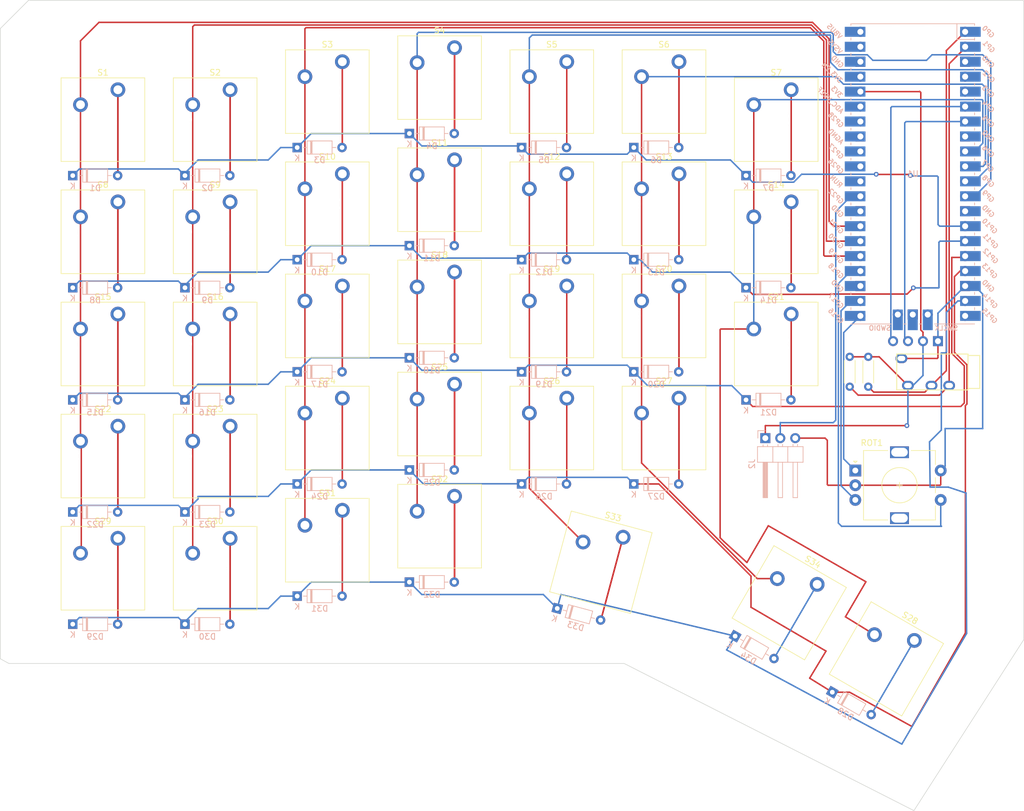
<source format=kicad_pcb>
(kicad_pcb (version 20221018) (generator pcbnew)
  (layers (0 "F.Cu" signal) (31 "B.Cu" signal) (34 "B.Paste" user) (35 "F.Paste" user) (36 "B.SilkS" user "B.Silkscreen") (37 "F.SilkS" user "F.Silkscreen") (38 "B.Mask" user) (39 "F.Mask" user) (44 "Edge.Cuts" user))
  (net 0 "")
  (net 1 "row0")
  (net 2 "Net-(D1-A)")
  (net 3 "Net-(D2-A)")
  (net 4 "Net-(D3-A)")
  (net 5 "Net-(D4-A)")
  (net 6 "Net-(D5-A)")
  (net 7 "Net-(D6-A)")
  (net 8 "row1")
  (net 9 "Net-(D8-A)")
  (net 10 "Net-(D9-A)")
  (net 11 "Net-(D10-A)")
  (net 12 "Net-(D11-A)")
  (net 13 "Net-(D12-A)")
  (net 14 "Net-(D13-A)")
  (net 15 "Net-(D14-A)")
  (net 16 "row2")
  (net 17 "Net-(D15-A)")
  (net 18 "row3")
  (net 19 "Net-(D16-A)")
  (net 20 "Net-(D17-A)")
  (net 21 "Net-(D18-A)")
  (net 22 "Net-(D19-A)")
  (net 23 "Net-(D20-A)")
  (net 24 "Net-(D21-A)")
  (net 25 "Net-(D22-A)")
  (net 26 "Net-(D23-A)")
  (net 27 "Net-(D24-A)")
  (net 28 "Net-(D25-A)")
  (net 29 "Net-(D26-A)")
  (net 30 "Net-(D27-A)")
  (net 31 "Net-(D28-A)")
  (net 32 "row4")
  (net 33 "Net-(D29-A)")
  (net 34 "Net-(D31-A)")
  (net 35 "Net-(D33-A)")
  (net 36 "col0")
  (net 37 "col1")
  (net 38 "col2")
  (net 39 "col3")
  (net 40 "col4")
  (net 41 "col5")
  (net 42 "col6")
  (net 43 "Net-(D30-A)")
  (net 44 "Net-(D32-A)")
  (net 45 "Net-(D34-A)")
  (net 46 "Net-(D7-A)")
  (net 47 "GND")
  (net 48 "VCC")
  (net 49 "SCL")
  (net 50 "SDA")
  (net 51 "TX0")
  (net 52 "RX0")
  (net 60 "LED1")
  (net 74 "ROT1")
  (net 75 "ROT2")
  (net 76 "B1")
  (footprint "ScottoKeebs_MX:MX_PCB_1.00u" (layer "F.Cu") (at 63.1 60.71875)
    (fp_text reference "S9")
    (fp_text value "Keyswitch")
  )
  (footprint "ScottoKeebs_MX:MX_PCB_1.00u" (layer "F.Cu") (at 44.05 98.81875)
    (fp_text reference "S22")
    (fp_text value "Keyswitch")
  )
  (footprint "ScottoKeebs_MX:MX_PCB_1.00u" (layer "F.Cu") (at 101.2 72.625)
    (fp_text reference "S18")
    (fp_text value "Keyswitch")
  )
  (footprint "ScottoKeebs_MX:MX_PCB_1.00u" (layer "F.Cu") (at 82.15 75.00625)
    (fp_text reference "S17")
    (fp_text value "Keyswitch")
  )
  (footprint "ScottoKeebs_Components:TRRS_PJ-320A" (layer "F.Cu") (at 190.90625 84.53125 -90)
    (fp_text reference "U3" hide)
    (fp_text value "TRRS")
  )
  (footprint "ScottoKeebs_MX:MX_PCB_1.00u" (layer "F.Cu") (at 139.3 55.95625)
    (fp_text reference "S13")
    (fp_text value "Keyswitch")
  )
  (footprint "ScottoKeebs_MX:MX_PCB_1.00u" (layer "F.Cu") (at 120.25 55.95625)
    (fp_text reference "S12")
    (fp_text value "Keyswitch")
  )
  (footprint "ScottoKeebs_MX:MX_PCB_1.00u" (layer "F.Cu") (at 101.2 91.675)
    (fp_text reference "S25")
    (fp_text value "Keyswitch")
  )
  (footprint "ScottoKeebs_MX:MX_PCB_1.00u" (layer "F.Cu") (at 82.15 36.90625)
    (fp_text reference "S3")
    (fp_text value "Keyswitch")
  )
  (footprint "ScottoKeebs_MX:MX_PCB_1.00u" (layer "F.Cu") (at 63.1 79.76875)
    (fp_text reference "S16")
    (fp_text value "Keyswitch")
  )
  (footprint "ScottoKeebs_MX:MX_PCB_1.00u" (layer "F.Cu") (at 63.1 41.66875)
    (fp_text reference "S2")
    (fp_text value "Keyswitch")
  )
  (footprint "ScottoKeebs_MX:MX_PCB_1.00u" (layer "F.Cu") (at 158.35 79.76875)
    (fp_text reference "S21")
    (fp_text value "Keyswitch")
  )
  (footprint "ScottoKeebs_MX:MX_PCB_1.00u" (layer "F.Cu") (at 44.05 79.76875)
    (fp_text reference "S15")
    (fp_text value "Keyswitch")
  )
  (footprint "ScottoKeebs_MX:MX_PCB_1.00u" (layer "F.Cu") (at 160.560284 123.736392 -30)
    (fp_text reference "S34")
    (fp_text value "Keyswitch")
  )
  (footprint "ScottoKeebs_MX:MX_PCB_1.00u" (layer "F.Cu") (at 128.581631 116.851151 -15)
    (fp_text reference "S33")
    (fp_text value "Keyswitch")
  )
  (footprint "ScottoKeebs_MX:MX_PCB_1.00u" (layer "F.Cu") (at 44.05 41.66875)
    (fp_text reference "S1")
    (fp_text value "Keyswitch")
  )
  (footprint "ScottoKeebs_MX:MX_PCB_1.00u" (layer "F.Cu") (at 120.25 94.05625)
    (fp_text reference "S26")
    (fp_text value "Keyswitch")
  )
  (footprint "ScottoKeebs_MX:MX_PCB_1.00u" (layer "F.Cu") (at 44.05 60.71875)
    (fp_text reference "S8")
    (fp_text value "Keyswitch")
  )
  (footprint "ScottoKeebs_MX:MX_PCB_1.00u" (layer "F.Cu") (at 139.3 94.05625)
    (fp_text reference "S27")
    (fp_text value "Keyswitch")
  )
  (footprint "ScottoKeebs_MX:MX_PCB_1.00u" (layer "F.Cu") (at 63.1 98.81875)
    (fp_text reference "S23")
    (fp_text value "Keyswitch")
  )
  (footprint "ScottoKeebs_Components:OLED_128x32" (layer "F.Cu") (at 176.005 80.89375 90)
    (fp_text reference "J1" hide)
    (fp_text value "OLED_128x32")
  )
  (footprint "ScottoKeebs_MX:MX_PCB_1.00u" (layer "F.Cu") (at 82.15 55.95625)
    (fp_text reference "S10")
    (fp_text value "Keyswitch")
  )
  (footprint "ScottoKeebs_MX:MX_PCB_1.00u" (layer "F.Cu") (at 120.25 36.90625)
    (fp_text reference "S5")
    (fp_text value "Keyswitch")
  )
  (footprint "ScottoKeebs_MX:MX_PCB_1.00u" (layer "F.Cu") (at 63.1 117.86875)
    (fp_text reference "S30")
    (fp_text value "Keyswitch")
  )
  (footprint "ScottoKeebs_MX:MX_PCB_1.00u" (layer "F.Cu") (at 101.2 53.575)
    (fp_text reference "S11")
    (fp_text value "Keyswitch")
  )
  (footprint "ScottoKeebs_MX:MX_PCB_1.00u" (layer "F.Cu") (at 101.2 34.525)
    (fp_text reference "S4")
    (fp_text value "Keyswitch")
  )
  (footprint "Resistor_THT:R_Axial_DIN0204_L3.6mm_D1.6mm_P5.08mm_Horizontal" (layer "F.Cu") (at 173.975 81.95375 -90)
    (fp_text reference "R1" hide)
    (fp_text value "Resistor" hide)
  )
  (footprint "ScottoKeebs_MX:MX_PCB_1.00u" (layer "F.Cu") (at 120.25 75.00625)
    (fp_text reference "S19")
    (fp_text value "Keyswitch")
  )
  (footprint "ScottoKeebs_MX:MX_PCB_1.00u" (layer "F.Cu") (at 139.3 75.00625)
    (fp_text reference "S20")
    (fp_text value "Keyswitch")
  )
  (footprint "ScottoKeebs_MX:MX_PCB_1.00u" (layer "F.Cu") (at 44.05 117.86875)
    (fp_text reference "S29")
    (fp_text value "Keyswitch")
  )
  (footprint "ScottoKeebs_MX:MX_PCB_1.00u" (layer "F.Cu") (at 158.35 60.71875)
    (fp_text reference "S14")
    (fp_text value "Keyswitch")
  )
  (footprint "ScottoKeebs_MX:MX_PCB_1.00u" (layer "F.Cu") (at 82.15 113.10625)
    (fp_text reference "S31")
    (fp_text value "Keyswitch")
  )
  (footprint "ScottoKeebs_MX:MX_PCB_1.00u" (layer "F.Cu") (at 82.15 94.05625)
    (fp_text reference "S24")
    (fp_text value "Keyswitch")
  )
  (footprint "ScottoKeebs_MX:MX_PCB_1.00u" (layer "F.Cu") (at 139.3 36.90625)
    (fp_text reference "S6")
    (fp_text value "Keyswitch")
  )
  (footprint "Rotary_Encoder:RotaryEncoder_Alps_EC11E-Switch_Vertical_H20mm" (layer "F.Cu") (at 171.775 101.26875)
    (fp_text reference "ROT1")
    (fp_text value "RotaryEncoder_Switch")
  )
  (footprint "ScottoKeebs_MX:MX_PCB_1.00u" (layer "F.Cu") (at 158.35 41.66875)
    (fp_text reference "S7")
    (fp_text value "Keyswitch")
  )
  (footprint "ScottoKeebs_MX:MX_PCB_1.00u" (layer "F.Cu") (at 177.058068 133.261392 -30)
    (fp_text reference "S28")
    (fp_text value "Keyswitch")
  )
  (footprint "ScottoKeebs_MX:MX_PCB_1.00u" (layer "F.Cu") (at 101.2 110.725)
    (fp_text reference "S32")
    (fp_text value "Keyswitch")
  )
  (footprint "Resistor_THT:R_Axial_DIN0204_L3.6mm_D1.6mm_P5.08mm_Horizontal" (layer "F.Cu") (at 170.825 81.95375 -90)
    (fp_text reference "R2" hide)
    (fp_text value "Resistor" hide)
  )
  (footprint "ScottoKeebs_Components:Diode_DO-35" (layer "B.Cu") (at 134.175 103.55625)
    (fp_text reference "D27")
    (fp_text value "Diode")
  )
  (footprint "ScottoKeebs_Components:Diode_DO-35" (layer "B.Cu") (at 96.075 82.125)
    (fp_text reference "D18")
    (fp_text value "Diode")
  )
  (footprint "MCU_RaspberryPi_and_Boards:RPi_Pico_SMD_TH" (layer "B.Cu") (at 181.5275 50.87625 180)
    (fp_text reference "U1")
    (fp_text value "Pico")
  )
  (footprint "ScottoKeebs_Components:Diode_DO-35" (layer "B.Cu") (at 57.975 127.36875)
    (fp_text reference "D30")
    (fp_text value "Diode")
  )
  (footprint "ScottoKeebs_Components:Diode_DO-35" (layer "B.Cu") (at 115.125 103.55625)
    (fp_text reference "D26")
    (fp_text value "Diode")
  )
  (footprint "ScottoKeebs_Components:Diode_DO-35" (layer "B.Cu") (at 153.225 51.16875)
    (fp_text reference "D7")
    (fp_text value "Diode")
  )
  (footprint "ScottoKeebs_Components:Diode_DO-35" (layer "B.Cu") (at 96.075 120.225)
    (fp_text reference "D32")
    (fp_text value "Diode")
  )
  (footprint "ScottoKeebs_Components:Diode_DO-35" (layer "B.Cu") (at 153.225 70.21875)
    (fp_text reference "D14")
    (fp_text value "Diode")
  )
  (footprint "ScottoKeebs_Components:Diode_DO-35" (layer "B.Cu") (at 57.975 108.31875)
    (fp_text reference "D23")
    (fp_text value "Diode")
  )
  (footprint "ScottoKeebs_Components:Diode_DO-35" (layer "B.Cu") (at 115.125 46.40625)
    (fp_text reference "D5")
    (fp_text value "Diode")
  )
  (footprint "ScottoKeebs_Components:Diode_DO-35" (layer "B.Cu") (at 77.025 65.45625)
    (fp_text reference "D10")
    (fp_text value "Diode")
  )
  (footprint "ScottoKeebs_Components:Diode_DO-35" (layer "B.Cu") (at 77.025 103.55625)
    (fp_text reference "D24")
    (fp_text value "Diode")
  )
  (footprint "ScottoKeebs_Components:Diode_DO-35" (layer "B.Cu") (at 57.975 89.26875)
    (fp_text reference "D16")
    (fp_text value "Diode")
  )
  (footprint "ScottoKeebs_Components:Diode_DO-35" (layer "B.Cu") (at 134.175 84.50625)
    (fp_text reference "D20")
    (fp_text value "Diode")
  )
  (footprint "ScottoKeebs_Components:Diode_DO-35" (layer "B.Cu") (at 153.225 89.26875)
    (fp_text reference "D21")
    (fp_text value "Diode")
  )
  (footprint "ScottoKeebs_Components:Diode_DO-35" (layer "B.Cu") (at 38.925 127.36875)
    (fp_text reference "D29")
    (fp_text value "Diode")
  )
  (footprint "ScottoKeebs_Components:Diode_DO-35" (layer "B.Cu") (at 77.025 46.40625)
    (fp_text reference "D3")
    (fp_text value "Diode")
  )
  (footprint "ScottoKeebs_Components:Diode_DO-35" (layer "B.Cu") (at 96.075 44.025)
    (fp_text reference "D4")
    (fp_text value "Diode")
  )
  (footprint "ScottoKeebs_Components:Diode_DO-35" (layer "B.Cu") (at 134.175 46.40625)
    (fp_text reference "D6")
    (fp_text value "Diode")
  )
  (footprint "ScottoKeebs_Components:Diode_DO-35" (layer "B.Cu") (at 115.125 65.45625)
    (fp_text reference "D12")
    (fp_text value "Diode")
  )
  (footprint "ScottoKeebs_Components:Diode_DO-35" (layer "B.Cu") (at 115.125 84.50625)
    (fp_text reference "D19")
    (fp_text value "Diode")
  )
  (footprint "ScottoKeebs_Components:Diode_DO-35" (layer "B.Cu") (at 38.925 51.16875)
    (fp_text reference "D1")
    (fp_text value "Diode")
  )
  (footprint "ScottoKeebs_Components:Diode_DO-35" (layer "B.Cu") (at 77.025 84.50625)
    (fp_text reference "D17")
    (fp_text value "Diode")
  )
  (footprint "ScottoKeebs_Components:Diode_DO-35" (layer "B.Cu") (at 96.075 101.175)
    (fp_text reference "D25")
    (fp_text value "Diode")
  )
  (footprint "ScottoKeebs_Components:Diode_DO-35" (layer "B.Cu") (at 151.371904 129.401133 -30)
    (fp_text reference "D34")
    (fp_text value "Diode")
  )
  (footprint "ScottoKeebs_Components:Diode_DO-35" (layer "B.Cu") (at 167.869688 138.926133 -30)
    (fp_text reference "D28")
    (fp_text value "Diode")
  )
  (footprint "ScottoKeebs_Components:Diode_DO-35" (layer "B.Cu") (at 38.925 108.31875)
    (fp_text reference "D22")
    (fp_text value "Diode")
  )
  (footprint "ScottoKeebs_Components:Diode_DO-35" (layer "B.Cu") (at 57.975 70.21875)
    (fp_text reference "D9")
    (fp_text value "Diode")
  )
  (footprint "Connector_PinHeader_2.54mm:PinHeader_1x03_P2.54mm_Horizontal" (layer "B.Cu") (at 156.5 95.76875 -90)
    (fp_text reference "J2")
    (fp_text value "Conn_01x03")
  )
  (footprint "ScottoKeebs_Components:Diode_DO-35" (layer "B.Cu") (at 77.025 122.60625)
    (fp_text reference "D31")
    (fp_text value "Diode")
  )
  (footprint "ScottoKeebs_Components:Diode_DO-35" (layer "B.Cu") (at 38.925 89.26875)
    (fp_text reference "D15")
    (fp_text value "Diode")
  )
  (footprint "ScottoKeebs_Components:Diode_DO-35" (layer "B.Cu") (at 134.175 65.45625)
    (fp_text reference "D13")
    (fp_text value "Diode")
  )
  (footprint "ScottoKeebs_Components:Diode_DO-35" (layer "B.Cu") (at 121.172481 124.700998 -15)
    (fp_text reference "D33")
    (fp_text value "Diode")
  )
  (footprint "ScottoKeebs_Components:Diode_DO-35" (layer "B.Cu") (at 38.925 70.21875)
    (fp_text reference "D8")
    (fp_text value "Diode")
  )
  (footprint "ScottoKeebs_Components:Diode_DO-35" (layer "B.Cu") (at 57.975 51.16875)
    (fp_text reference "D2")
    (fp_text value "Diode")
  )
  (footprint "ScottoKeebs_Components:Diode_DO-35" (layer "B.Cu") (at 96.075 63.075)
    (fp_text reference "D11")
    (fp_text value "Diode")
  )
  (gr_poly (pts (xy 200.375 21.54375) (xy 200.375 129.99375) (xy 181.725 159.04375) (xy 132.525 134.04375) (xy 28.075 134.04375) (xy 26.625 133.24375) (xy 26.625 26.19375) (xy 31.425 21.39375) (xy 200.225 21.39375)) (stroke (width 0.1)) (fill none) (layer "Edge.Cuts"))
  (segment (start 175.3525 50.97125) (end 175.325 50.94375) (width 0.25) (layer "F.Cu") (net 1))
  (segment (start 181.125 51.14375) (end 180.9525 50.97125) (width 0.25) (layer "F.Cu") (net 1))
  (segment (start 180.9525 50.97125) (end 175.3525 50.97125) (width 0.25) (layer "F.Cu") (net 1))
  (via (at 181.125 51.14375) (size 0.8) (drill 0.4) (layers "F.Cu" "B.Cu") (net 1))
  (via (at 175.325 50.94375) (size 0.8) (drill 0.4) (layers "F.Cu" "B.Cu") (net 1))
  (segment (start 175.325 50.94375) (end 162.660991 50.94375) (width 0.25) (layer "B.Cu") (net 1))
  (segment (start 96.075 44.025) (end 79.40625 44.025) (width 0.25) (layer "B.Cu") (net 1))
  (segment (start 185.675 51.24375) (end 181.225 51.24375) (width 0.25) (layer "B.Cu") (net 1))
  (segment (start 40.05 50.04375) (end 56.85 50.04375) (width 0.25) (layer "B.Cu") (net 1))
  (segment (start 161.310991 52.29375) (end 154.35 52.29375) (width 0.25) (layer "B.Cu") (net 1))
  (segment (start 134.175 46.40625) (end 136.28625 48.5175) (width 0.25) (layer "B.Cu") (net 1))
  (segment (start 162.660991 50.94375) (end 161.310991 52.29375) (width 0.25) (layer "B.Cu") (net 1))
  (segment (start 133.05 47.53125) (end 116.25 47.53125) (width 0.25) (layer "B.Cu") (net 1))
  (segment (start 98.18625 46.13625) (end 114.855 46.13625) (width 0.25) (layer "B.Cu") (net 1))
  (segment (start 74.22375 46.40625) (end 77.025 46.40625) (width 0.25) (layer "B.Cu") (net 1))
  (segment (start 72.1125 48.5175) (end 74.22375 46.40625) (width 0.25) (layer "B.Cu") (net 1))
  (segment (start 57.975 51.16875) (end 57.975 50.74875) (width 0.25) (layer "B.Cu") (net 1))
  (segment (start 181.225 51.24375) (end 181.125 51.14375) (width 0.25) (layer "B.Cu") (net 1))
  (segment (start 60.20625 48.5175) (end 72.1125 48.5175) (width 0.25) (layer "B.Cu") (net 1))
  (segment (start 190.4175 59.76625) (end 186.0975 59.76625) (width 0.25) (layer "B.Cu") (net 1))
  (segment (start 57.975 50.74875) (end 60.20625 48.5175) (width 0.25) (layer "B.Cu") (net 1))
  (segment (start 134.175 46.40625) (end 133.05 47.53125) (width 0.25) (layer "B.Cu") (net 1))
  (segment (start 38.925 51.16875) (end 40.05 50.04375) (width 0.25) (layer "B.Cu") (net 1))
  (segment (start 186.0975 59.76625) (end 185.825 59.49375) (width 0.25) (layer "B.Cu") (net 1))
  (segment (start 116.25 47.53125) (end 115.125 46.40625) (width 0.25) (layer "B.Cu") (net 1))
  (segment (start 136.28625 48.5175) (end 150.57375 48.5175) (width 0.25) (layer "B.Cu") (net 1))
  (segment (start 185.825 59.49375) (end 185.825 51.39375) (width 0.25) (layer "B.Cu") (net 1))
  (segment (start 154.35 52.29375) (end 153.225 51.16875) (width 0.25) (layer "B.Cu") (net 1))
  (segment (start 96.075 44.025) (end 98.18625 46.13625) (width 0.25) (layer "B.Cu") (net 1))
  (segment (start 150.57375 48.5175) (end 153.225 51.16875) (width 0.25) (layer "B.Cu") (net 1))
  (segment (start 79.40625 44.025) (end 77.025 46.40625) (width 0.25) (layer "B.Cu") (net 1))
  (segment (start 185.825 51.39375) (end 185.675 51.24375) (width 0.25) (layer "B.Cu") (net 1))
  (segment (start 114.855 46.13625) (end 115.125 46.40625) (width 0.25) (layer "B.Cu") (net 1))
  (segment (start 56.85 50.04375) (end 57.975 51.16875) (width 0.25) (layer "B.Cu") (net 1))
  (segment (start 46.59 36.58875) (end 46.59 51.12375) (width 0.25) (layer "F.Cu") (net 2))
  (segment (start 46.59 36.58875) (end 46.59 51.12375) (width 0.25) (layer "F.Cu") (net 2))
  (segment (start 46.59 51.12375) (end 46.545 51.16875) (width 0.25) (layer "F.Cu") (net 2))
  (segment (start 46.59 51.12375) (end 46.545 51.16875) (width 0.25) (layer "F.Cu") (net 2))
  (segment (start 65.64 51.12375) (end 65.595 51.16875) (width 0.25) (layer "F.Cu") (net 3))
  (segment (start 65.64 36.58875) (end 65.64 51.12375) (width 0.25) (layer "F.Cu") (net 3))
  (segment (start 65.64 51.12375) (end 65.595 51.16875) (width 0.25) (layer "F.Cu") (net 3))
  (segment (start 65.64 36.58875) (end 65.64 51.12375) (width 0.25) (layer "F.Cu") (net 3))
  (segment (start 84.69 31.82625) (end 84.69 46.36125) (width 0.25) (layer "F.Cu") (net 4))
  (segment (start 84.69 46.36125) (end 84.645 46.40625) (width 0.25) (layer "F.Cu") (net 4))
  (segment (start 84.69 31.82625) (end 84.69 46.36125) (width 0.25) (layer "F.Cu") (net 4))
  (segment (start 84.69 46.36125) (end 84.645 46.40625) (width 0.25) (layer "F.Cu") (net 4))
  (segment (start 103.74 43.98) (end 103.695 44.025) (width 0.25) (layer "F.Cu") (net 5))
  (segment (start 103.74 29.445) (end 103.74 43.98) (width 0.25) (layer "F.Cu") (net 5))
  (segment (start 103.74 29.445) (end 103.74 43.98) (width 0.25) (layer "F.Cu") (net 5))
  (segment (start 103.74 43.98) (end 103.695 44.025) (width 0.25) (layer "F.Cu") (net 5))
  (segment (start 122.79 31.82625) (end 122.79 46.36125) (width 0.25) (layer "F.Cu") (net 6))
  (segment (start 122.79 46.36125) (end 122.745 46.40625) (width 0.25) (layer "F.Cu") (net 6))
  (segment (start 122.79 31.82625) (end 122.79 46.36125) (width 0.25) (layer "F.Cu") (net 6))
  (segment (start 122.79 46.36125) (end 122.745 46.40625) (width 0.25) (layer "F.Cu") (net 6))
  (segment (start 141.84 31.82625) (end 141.84 46.36125) (width 0.25) (layer "F.Cu") (net 7))
  (segment (start 141.84 31.82625) (end 141.84 46.36125) (width 0.25) (layer "F.Cu") (net 7))
  (segment (start 141.84 46.36125) (end 141.795 46.40625) (width 0.25) (layer "F.Cu") (net 7))
  (segment (start 141.84 46.36125) (end 141.795 46.40625) (width 0.25) (layer "F.Cu") (net 7))
  (segment (start 167.517996 71.34375) (end 167.570496 71.29125) (width 0.25) (layer "F.Cu") (net 8))
  (segment (start 167.570496 71.29125) (end 180.5775 71.29125) (width 0.25) (layer "F.Cu") (net 8))
  (segment (start 154.35 71.34375) (end 153.225 70.21875) (width 0.25) (layer "F.Cu") (net 8))
  (segment (start 180.5775 71.29125) (end 181.625 70.24375) (width 0.25) (layer "F.Cu") (net 8))
  (segment (start 167.517996 71.34375) (end 154.35 71.34375) (width 0.25) (layer "F.Cu") (net 8))
  (via (at 181.625 70.24375) (size 0.8) (drill 0.4) (layers "F.Cu" "B.Cu") (net 8))
  (segment (start 185.925 70.24375) (end 181.625 70.24375) (width 0.25) (layer "B.Cu") (net 8))
  (segment (start 150.57375 67.5675) (end 153.225 70.21875) (width 0.25) (layer "B.Cu") (net 8))
  (segment (start 116.25 64.33125) (end 133.05 64.33125) (width 0.25) (layer "B.Cu") (net 8))
  (segment (start 56.85 69.09375) (end 57.975 70.21875) (width 0.25) (layer "B.Cu") (net 8))
  (segment (start 72.1125 67.5675) (end 74.22375 65.45625) (width 0.25) (layer "B.Cu") (net 8))
  (segment (start 57.975 70.21875) (end 57.975 69.79875) (width 0.25) (layer "B.Cu") (net 8))
  (segment (start 74.22375 65.45625) (end 77.025 65.45625) (width 0.25) (layer "B.Cu") (net 8))
  (segment (start 57.975 69.79875) (end 60.20625 67.5675) (width 0.25) (layer "B.Cu") (net 8))
  (segment (start 185.975 70.19375) (end 185.925 70.24375) (width 0.25) (layer "B.Cu") (net 8))
  (segment (start 134.175 65.45625) (end 135.225 65.45625) (width 0.25) (layer "B.Cu") (net 8))
  (segment (start 115.125 65.45625) (end 116.25 64.33125) (width 0.25) (layer "B.Cu") (net 8))
  (segment (start 60.20625 67.5675) (end 72.1125 67.5675) (width 0.25) (layer "B.Cu") (net 8))
  (segment (start 135.225 65.45625) (end 137.33625 67.5675) (width 0.25) (layer "B.Cu") (net 8))
  (segment (start 185.975 62.49375) (end 185.975 70.19375) (width 0.25) (layer "B.Cu") (net 8))
  (segment (start 114.855 65.18625) (end 115.125 65.45625) (width 0.25) (layer "B.Cu") (net 8))
  (segment (start 137.33625 67.5675) (end 150.57375 67.5675) (width 0.25) (layer "B.Cu") (net 8))
  (segment (start 186.1625 62.30625) (end 185.975 62.49375) (width 0.25) (layer "B.Cu") (net 8))
  (segment (start 96.075 63.075) (end 98.18625 65.18625) (width 0.25) (layer "B.Cu") (net 8))
  (segment (start 133.05 64.33125) (end 134.175 65.45625) (width 0.25) (layer "B.Cu") (net 8))
  (segment (start 40.05 69.09375) (end 56.85 69.09375) (width 0.25) (layer "B.Cu") (net 8))
  (segment (start 38.925 70.21875) (end 40.05 69.09375) (width 0.25) (layer "B.Cu") (net 8))
  (segment (start 190.4175 62.30625) (end 186.1625 62.30625) (width 0.25) (layer "B.Cu") (net 8))
  (segment (start 77.025 65.45625) (end 79.40625 63.075) (width 0.25) (layer "B.Cu") (net 8))
  (segment (start 79.40625 63.075) (end 96.075 63.075) (width 0.25) (layer "B.Cu") (net 8))
  (segment (start 98.18625 65.18625) (end 114.855 65.18625) (width 0.25) (layer "B.Cu") (net 8))
  (segment (start 46.59 70.17375) (end 46.545 70.21875) (width 0.25) (layer "F.Cu") (net 9))
  (segment (start 46.59 55.63875) (end 46.59 70.17375) (width 0.25) (layer "F.Cu") (net 9))
  (segment (start 46.59 70.17375) (end 46.545 70.21875) (width 0.25) (layer "F.Cu") (net 9))
  (segment (start 46.59 55.63875) (end 46.59 70.17375) (width 0.25) (layer "F.Cu") (net 9))
  (segment (start 65.64 70.17375) (end 65.595 70.21875) (width 0.25) (layer "F.Cu") (net 10))
  (segment (start 65.64 55.63875) (end 65.64 70.17375) (width 0.25) (layer "F.Cu") (net 10))
  (segment (start 65.64 70.17375) (end 65.595 70.21875) (width 0.25) (layer "F.Cu") (net 10))
  (segment (start 65.64 55.63875) (end 65.64 70.17375) (width 0.25) (layer "F.Cu") (net 10))
  (segment (start 84.69 50.87625) (end 84.69 65.41125) (width 0.25) (layer "F.Cu") (net 11))
  (segment (start 84.69 65.41125) (end 84.645 65.45625) (width 0.25) (layer "F.Cu") (net 11))
  (segment (start 84.69 50.87625) (end 84.69 65.41125) (width 0.25) (layer "F.Cu") (net 11))
  (segment (start 84.69 65.41125) (end 84.645 65.45625) (width 0.25) (layer "F.Cu") (net 11))
  (segment (start 103.74 63.03) (end 103.695 63.075) (width 0.25) (layer "F.Cu") (net 12))
  (segment (start 103.74 63.03) (end 103.695 63.075) (width 0.25) (layer "F.Cu") (net 12))
  (segment (start 103.74 48.495) (end 103.74 63.03) (width 0.25) (layer "F.Cu") (net 12))
  (segment (start 103.74 48.495) (end 103.74 63.03) (width 0.25) (layer "F.Cu") (net 12))
  (segment (start 122.79 50.87625) (end 122.79 65.41125) (width 0.25) (layer "F.Cu") (net 13))
  (segment (start 122.79 65.41125) (end 122.745 65.45625) (width 0.25) (layer "F.Cu") (net 13))
  (segment (start 122.79 65.41125) (end 122.745 65.45625) (width 0.25) (layer "F.Cu") (net 13))
  (segment (start 122.79 50.87625) (end 122.79 65.41125) (width 0.25) (layer "F.Cu") (net 13))
  (segment (start 141.84 65.41125) (end 141.795 65.45625) (width 0.25) (layer "F.Cu") (net 14))
  (segment (start 141.84 65.41125) (end 141.795 65.45625) (width 0.25) (layer "F.Cu") (net 14))
  (segment (start 141.84 50.87625) (end 141.84 65.41125) (width 0.25) (layer "F.Cu") (net 14))
  (segment (start 141.84 50.87625) (end 141.84 65.41125) (width 0.25) (layer "F.Cu") (net 14))
  (segment (start 160.89 55.63875) (end 160.89 70.17375) (width 0.25) (layer "F.Cu") (net 15))
  (segment (start 160.89 70.17375) (end 160.845 70.21875) (width 0.25) (layer "F.Cu") (net 15))
  (segment (start 160.89 55.63875) (end 160.89 70.17375) (width 0.25) (layer "F.Cu") (net 15))
  (segment (start 160.89 70.17375) (end 160.845 70.21875) (width 0.25) (layer "F.Cu") (net 15))
  (segment (start 153.225 89.26875) (end 154.35 90.39375) (width 0.25) (layer "F.Cu") (net 16))
  (segment (start 190.195 65.06875) (end 190.4175 64.84625) (width 0.25) (layer "F.Cu") (net 16))
  (segment (start 188.15625 81.375) (end 188.15625 65.06875) (width 0.25) (layer "F.Cu") (net 16))
  (segment (start 190.275 89.79375) (end 190.275 83.49375) (width 0.25) (layer "F.Cu") (net 16))
  (segment (start 189.675 90.39375) (end 190.275 89.79375) (width 0.25) (layer "F.Cu") (net 16))
  (segment (start 188.15625 65.06875) (end 190.195 65.06875) (width 0.25) (layer "F.Cu") (net 16))
  (segment (start 190.275 83.49375) (end 188.15625 81.375) (width 0.25) (layer "F.Cu") (net 16))
  (segment (start 154.35 90.39375) (end 189.675 90.39375) (width 0.25) (layer "F.Cu") (net 16))
  (segment (start 150.8075 86.85125) (end 153.225 89.26875) (width 0.25) (layer "B.Cu") (net 16))
  (segment (start 136.52 86.85125) (end 150.8075 86.85125) (width 0.25) (layer "B.Cu") (net 16))
  (segment (start 116.25 83.38125) (end 133.05 83.38125) (width 0.25) (layer "B.Cu") (net 16))
  (segment (start 114.855 84.23625) (end 115.125 84.50625) (width 0.25) (layer "B.Cu") (net 16))
  (segment (start 72.1125 86.6175) (end 74.22375 84.50625) (width 0.25) (layer "B.Cu") (net 16))
  (segment (start 38.925 89.26875) (end 40.05 88.14375) (width 0.25) (layer "B.Cu") (net 16))
  (segment (start 74.22375 84.50625) (end 77.025 84.50625) (width 0.25) (layer "B.Cu") (net 16))
  (segment (start 57.975 88.84875) (end 60.20625 86.6175) (width 0.25) (layer "B.Cu") (net 16))
  (segment (start 57.975 89.26875) (end 57.975 88.84875) (width 0.25) (layer "B.Cu") (net 16))
  (segment (start 40.05 88.14375) (end 56.85 88.14375) (width 0.25) (layer "B.Cu") (net 16))
  (segment (start 56.85 88.14375) (end 57.975 89.26875) (width 0.25) (layer "B.Cu") (net 16))
  (segment (start 98.18625 84.23625) (end 114.855 84.23625) (width 0.25) (layer "B.Cu") (net 16))
  (segment (start 79.40625 82.125) (end 96.075 82.125) (width 0.25) (layer "B.Cu") (net 16))
  (segment (start 133.05 83.38125) (end 134.175 84.50625) (width 0.25) (layer "B.Cu") (net 16))
  (segment (start 60.20625 86.6175) (end 72.1125 86.6175) (width 0.25) (layer "B.Cu") (net 16))
  (segment (start 115.125 84.50625) (end 116.25 83.38125) (width 0.25) (layer "B.Cu") (net 16))
  (segment (start 96.075 82.125) (end 98.18625 84.23625) (width 0.25) (layer "B.Cu") (net 16))
  (segment (start 77.025 84.50625) (end 79.40625 82.125) (width 0.25) (layer "B.Cu") (net 16))
  (segment (start 134.175 84.50625) (end 136.52 86.85125) (width 0.25) (layer "B.Cu") (net 16))
  (segment (start 46.59 74.68875) (end 46.59 89.22375) (width 0.25) (layer "F.Cu") (net 17))
  (segment (start 46.59 89.22375) (end 46.545 89.26875) (width 0.25) (layer "F.Cu") (net 17))
  (segment (start 46.59 89.22375) (end 46.545 89.26875) (width 0.25) (layer "F.Cu") (net 17))
  (segment (start 46.59 74.68875) (end 46.59 89.22375) (width 0.25) (layer "F.Cu") (net 17))
  (segment (start 190.725 89.980146) (end 190.725 83.307354) (width 0.25) (layer "F.Cu") (net 18))
  (segment (start 188.60625 81.188604) (end 188.60625 68.3375) (width 0.25) (layer "F.Cu") (net 18))
  (segment (start 170.8 138.926133) (end 181.375 144.74375) (width 0.25) (layer "F.Cu") (net 18))
  (segment (start 167.869688 138.926133) (end 170.8 138.926133) (width 0.25) (layer "F.Cu") (net 18))
  (segment (start 190.461396 90.24375) (end 190.725 89.980146) (width 0.25) (layer "F.Cu") (net 18))
  (segment (start 154.066802 119.201948) (end 154.066802 124.49375) (width 0.25) (layer "F.Cu") (net 18))
  (segment (start 164.025 136.54375) (end 166.8 131.94375) (width 0.25) (layer "F.Cu") (net 18))
  (segment (start 134.175 103.55625) (end 138.421104 103.55625) (width 0.25) (layer "F.Cu") (net 18))
  (segment (start 166.8 131.94375) (end 154.066802 124.49375) (width 0.25) (layer "F.Cu") (net 18))
  (segment (start 190.725 83.307354) (end 188.60625 81.188604) (width 0.25) (layer "F.Cu") (net 18))
  (segment (start 181.375 144.74375) (end 190.461396 128.86875) (width 0.25) (layer "F.Cu") (net 18))
  (segment (start 138.421104 103.55625) (end 154.066802 119.201948) (width 0.25) (layer "F.Cu") (net 18))
  (segment (start 190.461396 128.86875) (end 190.461396 90.24375) (width 0.25) (layer "F.Cu") (net 18))
  (segment (start 189.5575 67.38625) (end 190.4175 67.38625) (width 0.25) (layer "F.Cu") (net 18))
  (segment (start 188.60625 68.3375) (end 189.5575 67.38625) (width 0.25) (layer "F.Cu") (net 18))
  (segment (start 167.869688 138.926133) (end 164.025 136.54375) (width 0.25) (layer "F.Cu") (net 18))
  (segment (start 74.22375 103.55625) (end 77.025 103.55625) (width 0.25) (layer "B.Cu") (net 18))
  (segment (start 116.25 102.43125) (end 133.05 102.43125) (width 0.25) (layer "B.Cu") (net 18))
  (segment (start 60.20625 106.0875) (end 60.20625 105.6675) (width 0.25) (layer "B.Cu") (net 18))
  (segment (start 40.05 107.19375) (end 56.85 107.19375) (width 0.25) (layer "B.Cu") (net 18))
  (segment (start 115.08875 103.52) (end 115.125 103.55625) (width 0.25) (layer "B.Cu") (net 18))
  (segment (start 60.20625 105.6675) (end 72.1125 105.6675) (width 0.25) (layer "B.Cu") (net 18))
  (segment (start 38.925 108.31875) (end 40.05 107.19375) (width 0.25) (layer "B.Cu") (net 18))
  (segment (start 115.125 103.55625) (end 116.25 102.43125) (width 0.25) (layer "B.Cu") (net 18))
  (segment (start 96.075 101.175) (end 98.42 103.52) (width 0.25) (layer "B.Cu") (net 18))
  (segment (start 56.85 107.19375) (end 57.975 108.31875) (width 0.25) (layer "B.Cu") (net 18))
  (segment (start 98.42 103.52) (end 115.08875 103.52) (width 0.25) (layer "B.Cu") (net 18))
  (segment (start 72.1125 105.6675) (end 74.22375 103.55625) (width 0.25) (layer "B.Cu") (net 18))
  (segment (start 77.025 103.55625) (end 79.40625 101.175) (width 0.25) (layer "B.Cu") (net 18))
  (segment (start 57.975 108.31875) (end 60.20625 106.0875) (width 0.25) (layer "B.Cu") (net 18))
  (segment (start 133.05 102.43125) (end 134.175 103.55625) (width 0.25) (layer "B.Cu") (net 18))
  (segment (start 79.40625 101.175) (end 96.075 101.175) (width 0.25) (layer "B.Cu") (net 18))
  (segment (start 65.64 89.22375) (end 65.595 89.26875) (width 0.25) (layer "F.Cu") (net 19))
  (segment (start 65.64 74.68875) (end 65.64 89.22375) (width 0.25) (layer "F.Cu") (net 19))
  (segment (start 65.64 74.68875) (end 65.64 89.22375) (width 0.25) (layer "F.Cu") (net 19))
  (segment (start 65.64 89.22375) (end 65.595 89.26875) (width 0.25) (layer "F.Cu") (net 19))
  (segment (start 84.69 84.46125) (end 84.645 84.50625) (width 0.25) (layer "F.Cu") (net 20))
  (segment (start 84.69 69.92625) (end 84.69 84.46125) (width 0.25) (layer "F.Cu") (net 20))
  (segment (start 84.69 84.46125) (end 84.645 84.50625) (width 0.25) (layer "F.Cu") (net 20))
  (segment (start 84.69 69.92625) (end 84.69 84.46125) (width 0.25) (layer "F.Cu") (net 20))
  (segment (start 103.74 67.545) (end 103.74 82.08) (width 0.25) (layer "F.Cu") (net 21))
  (segment (start 103.74 82.08) (end 103.695 82.125) (width 0.25) (layer "F.Cu") (net 21))
  (segment (start 103.74 67.545) (end 103.74 82.08) (width 0.25) (layer "F.Cu") (net 21))
  (segment (start 103.74 82.08) (end 103.695 82.125) (width 0.25) (layer "F.Cu") (net 21))
  (segment (start 122.79 84.46125) (end 122.745 84.50625) (width 0.25) (layer "F.Cu") (net 22))
  (segment (start 122.79 84.46125) (end 122.745 84.50625) (width 0.25) (layer "F.Cu") (net 22))
  (segment (start 122.79 69.92625) (end 122.79 84.46125) (width 0.25) (layer "F.Cu") (net 22))
  (segment (start 122.79 69.92625) (end 122.79 84.46125) (width 0.25) (layer "F.Cu") (net 22))
  (segment (start 141.84 69.92625) (end 141.84 84.46125) (width 0.25) (layer "F.Cu") (net 23))
  (segment (start 141.84 84.46125) (end 141.795 84.50625) (width 0.25) (layer "F.Cu") (net 23))
  (segment (start 141.84 69.92625) (end 141.84 84.46125) (width 0.25) (layer "F.Cu") (net 23))
  (segment (start 141.84 84.46125) (end 141.795 84.50625) (width 0.25) (layer "F.Cu") (net 23))
  (segment (start 160.89 89.22375) (end 160.845 89.26875) (width 0.25) (layer "F.Cu") (net 24))
  (segment (start 160.89 74.68875) (end 160.89 89.22375) (width 0.25) (layer "F.Cu") (net 24))
  (segment (start 160.89 89.22375) (end 160.845 89.26875) (width 0.25) (layer "F.Cu") (net 24))
  (segment (start 160.89 74.68875) (end 160.89 89.22375) (width 0.25) (layer "F.Cu") (net 24))
  (segment (start 46.59 93.73875) (end 46.59 108.27375) (width 0.25) (layer "F.Cu") (net 25))
  (segment (start 46.59 93.73875) (end 46.59 108.27375) (width 0.25) (layer "F.Cu") (net 25))
  (segment (start 46.59 108.27375) (end 46.545 108.31875) (width 0.25) (layer "F.Cu") (net 25))
  (segment (start 46.59 108.27375) (end 46.545 108.31875) (width 0.25) (layer "F.Cu") (net 25))
  (segment (start 65.64 108.27375) (end 65.595 108.31875) (width 0.25) (layer "F.Cu") (net 26))
  (segment (start 65.64 108.27375) (end 65.595 108.31875) (width 0.25) (layer "F.Cu") (net 26))
  (segment (start 65.64 93.73875) (end 65.64 108.27375) (width 0.25) (layer "F.Cu") (net 26))
  (segment (start 65.64 93.73875) (end 65.64 108.27375) (width 0.25) (layer "F.Cu") (net 26))
  (segment (start 84.69 103.51125) (end 84.645 103.55625) (width 0.25) (layer "F.Cu") (net 27))
  (segment (start 84.69 88.97625) (end 84.69 103.51125) (width 0.25) (layer "F.Cu") (net 27))
  (segment (start 84.69 103.51125) (end 84.645 103.55625) (width 0.25) (layer "F.Cu") (net 27))
  (segment (start 84.69 88.97625) (end 84.69 103.51125) (width 0.25) (layer "F.Cu") (net 27))
  (segment (start 103.74 101.13) (end 103.695 101.175) (width 0.25) (layer "F.Cu") (net 28))
  (segment (start 103.74 101.13) (end 103.695 101.175) (width 0.25) (layer "F.Cu") (net 28))
  (segment (start 103.74 86.595) (end 103.74 101.13) (width 0.25) (layer "F.Cu") (net 28))
  (segment (start 103.74 86.595) (end 103.74 101.13) (width 0.25) (layer "F.Cu") (net 28))
  (segment (start 122.79 88.97625) (end 122.79 103.51125) (width 0.25) (layer "F.Cu") (net 29))
  (segment (start 122.79 88.97625) (end 122.79 103.51125) (width 0.25) (layer "F.Cu") (net 29))
  (segment (start 122.79 103.51125) (end 122.745 103.55625) (width 0.25) (layer "F.Cu") (net 29))
  (segment (start 122.79 103.51125) (end 122.745 103.55625) (width 0.25) (layer "F.Cu") (net 29))
  (segment (start 141.84 103.51125) (end 141.795 103.55625) (width 0.25) (layer "F.Cu") (net 30))
  (segment (start 141.84 88.97625) (end 141.84 103.51125) (width 0.25) (layer "F.Cu") (net 30))
  (segment (start 141.84 103.51125) (end 141.795 103.55625) (width 0.25) (layer "F.Cu") (net 30))
  (segment (start 141.84 88.97625) (end 141.84 103.51125) (width 0.25) (layer "F.Cu") (net 30))
  (segment (start 174.530273 142.719661) (end 174.468802 142.736133) (width 0.25) (layer "F.Cu") (net 31))
  (segment (start 174.530273 142.719661) (end 174.468802 142.736133) (width 0.25) (layer "F.Cu") (net 31))
  (segment (start 181.797773 130.131983) (end 174.468802 142.736133) (width 0.25) (layer "B.Cu") (net 31))
  (segment (start 187.25 74.39375) (end 189.1775 72.46625) (width 0.25) (layer "B.Cu") (net 32))
  (segment (start 98.18625 122.33625) (end 118.807733 122.33625) (width 0.25) (layer "B.Cu") (net 32))
  (segment (start 57.975 127.36875) (end 57.975 126.94875) (width 0.25) (layer "B.Cu") (net 32))
  (segment (start 184.475 104.09375) (end 184.375 96.398037) (width 0.25) (layer "B.Cu") (net 32))
  (segment (start 74.22375 122.60625) (end 77.025 122.60625) (width 0.25) (layer "B.Cu") (net 32))
  (segment (start 190.675 128.94375) (end 190.575 105.09375) (width 0.25) (layer "B.Cu") (net 32))
  (segment (start 40.05 126.24375) (end 56.85 126.24375) (width 0.25) (layer "B.Cu") (net 32))
  (segment (start 187.075 81.29375) (end 187.25 81.11875) (width 0.25) (layer "B.Cu") (net 32))
  (segment (start 56.85 126.24375) (end 57.975 127.36875) (width 0.25) (layer "B.Cu") (net 32))
  (segment (start 186.38125 81.29375) (end 187.075 81.29375) (width 0.25) (layer "B.Cu") (net 32))
  (segment (start 151.371904 129.401133) (end 149.925 131.74375) (width 0.25) (layer "B.Cu") (net 32))
  (segment (start 121.8 122.34375) (end 151.371904 129.401133) (width 0.25) (layer "B.Cu") (net 32))
  (segment (start 57.975 126.94875) (end 60.20625 124.7175) (width 0.25) (layer "B.Cu") (net 32))
  (segment (start 187.25 81.11875) (end 187.25 74.39375) (width 0.25) (layer "B.Cu") (net 32))
  (segment (start 60.20625 124.7175) (end 72.1125 124.7175) (width 0.25) (layer "B.Cu") (net 32))
  (segment (start 38.925 127.36875) (end 40.05 126.24375) (width 0.25) (layer "B.Cu") (net 32))
  (segment (start 77.025 122.60625) (end 79.40625 120.225) (width 0.25) (layer "B.Cu") (net 32))
  (segment (start 187.575 104.09375) (end 184.475 104.09375) (width 0.25) (layer "B.Cu") (net 32))
  (segment (start 149.925 131.74375) (end 179.675 147.74375) (width 0.25) (layer "B.Cu") (net 32))
  (segment (start 96.075 120.225) (end 98.18625 122.33625) (width 0.25) (layer "B.Cu") (net 32))
  (segment (start 186.38125 94.391787) (end 186.38125 81.29375) (width 0.25) (layer "B.Cu") (net 32))
  (segment (start 79.40625 120.225) (end 96.075 120.225) (width 0.25) (layer "B.Cu") (net 32))
  (segment (start 189.1775 72.46625) (end 190.4175 72.46625) (width 0.25) (layer "B.Cu") (net 32))
  (segment (start 190.575 105.09375) (end 187.575 104.09375) (width 0.25) (layer "B.Cu") (net 32))
  (segment (start 72.1125 124.7175) (end 74.22375 122.60625) (width 0.25) (layer "B.Cu") (net 32))
  (segment (start 121.172481 124.700998) (end 121.8 122.34375) (width 0.25) (layer "B.Cu") (net 32))
  (segment (start 118.807733 122.33625) (end 121.172481 124.700998) (width 0.25) (layer "B.Cu") (net 32))
  (segment (start 184.375 96.398037) (end 186.38125 94.391787) (width 0.25) (layer "B.Cu") (net 32))
  (segment (start 179.675 147.74375) (end 190.675 128.94375) (width 0.25) (layer "B.Cu") (net 32))
  (segment (start 46.59 112.78875) (end 46.59 127.32375) (width 0.25) (layer "F.Cu") (net 33))
  (segment (start 46.59 127.32375) (end 46.545 127.36875) (width 0.25) (layer "F.Cu") (net 33))
  (segment (start 46.59 112.78875) (end 46.59 127.32375) (width 0.25) (layer "F.Cu") (net 33))
  (segment (start 46.59 127.32375) (end 46.545 127.36875) (width 0.25) (layer "F.Cu") (net 33))
  (segment (start 84.69 108.02625) (end 84.69 122.56125) (width 0.25) (layer "F.Cu") (net 34))
  (segment (start 84.69 108.02625) (end 84.69 122.56125) (width 0.25) (layer "F.Cu") (net 34))
  (segment (start 84.69 122.56125) (end 84.645 122.60625) (width 0.25) (layer "F.Cu") (net 34))
  (segment (start 84.69 122.56125) (end 84.645 122.60625) (width 0.25) (layer "F.Cu") (net 34))
  (segment (start 132.349883 112.601648) (end 128.587948 126.641379) (width 0.25) (layer "F.Cu") (net 35))
  (segment (start 128.587948 126.641379) (end 128.532836 126.673199) (width 0.25) (layer "F.Cu") (net 35))
  (segment (start 132.349883 112.601648) (end 128.587948 126.641379) (width 0.25) (layer "F.Cu") (net 35))
  (segment (start 128.587948 126.641379) (end 128.532836 126.673199) (width 0.25) (layer "F.Cu") (net 35))
  (segment (start 43.375 25.14375) (end 164.511396 25.14375) (width 0.25) (layer "F.Cu") (net 36))
  (segment (start 168.0975 59.76625) (end 172.6375 59.76625) (width 0.25) (layer "F.Cu") (net 36))
  (segment (start 167.325 27.957354) (end 167.325 58.99375) (width 0.25) (layer "F.Cu") (net 36))
  (segment (start 40.24 39.12875) (end 40.24 28.27875) (width 0.25) (layer "F.Cu") (net 36))
  (segment (start 164.511396 25.14375) (end 167.325 27.957354) (width 0.25) (layer "F.Cu") (net 36))
  (segment (start 40.24 39.12875) (end 40.24 58.17875) (width 0.25) (layer "F.Cu") (net 36))
  (segment (start 40.37625 115.1925) (end 40.37625 96.415) (width 0.25) (layer "F.Cu") (net 36))
  (segment (start 167.325 58.99375) (end 168.0975 59.76625) (width 0.25) (layer "F.Cu") (net 36))
  (segment (start 40.37625 96.415) (end 40.24 96.27875) (width 0.25) (layer "F.Cu") (net 36))
  (segment (start 40.24 58.17875) (end 40.24 77.22875) (width 0.25) (layer "F.Cu") (net 36))
  (segment (start 40.24 28.27875) (end 43.375 25.14375) (width 0.25) (layer "F.Cu") (net 36))
  (segment (start 40.24 77.22875) (end 40.24 96.27875) (width 0.25) (layer "F.Cu") (net 36))
  (segment (start 40.24 115.32875) (end 40.37625 115.1925) (width 0.25) (layer "F.Cu") (net 36))
  (segment (start 59.29 39.12875) (end 59.29 58.17875) (width 0.25) (layer "F.Cu") (net 37))
  (segment (start 166.875 62.29375) (end 166.8875 62.30625) (width 0.25) (layer "F.Cu") (net 37))
  (segment (start 59.29 115.32875) (end 59.29 96.27875) (width 0.25) (layer "F.Cu") (net 37))
  (segment (start 164.325 25.59375) (end 166.875 28.14375) (width 0.25) (layer "F.Cu") (net 37))
  (segment (start 59.575 25.59375) (end 164.325 25.59375) (width 0.25) (layer "F.Cu") (net 37))
  (segment (start 166.8875 62.30625) (end 172.6375 62.30625) (width 0.25) (layer "F.Cu") (net 37))
  (segment (start 59.29 25.87875) (end 59.575 25.59375) (width 0.25) (layer "F.Cu") (net 37))
  (segment (start 59.29 77.22875) (end 59.29 96.27875) (width 0.25) (layer "F.Cu") (net 37))
  (segment (start 59.29 58.17875) (end 59.29 77.22875) (width 0.25) (layer "F.Cu") (net 37))
  (segment (start 59.29 39.12875) (end 59.29 25.87875) (width 0.25) (layer "F.Cu") (net 37))
  (segment (start 166.875 28.14375) (end 166.875 62.29375) (width 0.25) (layer "F.Cu") (net 37))
  (segment (start 166.425 28.330146) (end 166.425 64.69375) (width 0.25) (layer "F.Cu") (net 38))
  (segment (start 166.425 64.69375) (end 166.5775 64.84625) (width 0.25) (layer "F.Cu") (net 38))
  (segment (start 78.34 110.56625) (end 78.34 91.51625) (width 0.25) (layer "F.Cu") (net 38))
  (segment (start 78.34 34.36625) (end 78.34 26.22875) (width 0.25) (layer "F.Cu") (net 38))
  (segment (start 78.34 72.46625) (end 78.34 91.51625) (width 0.25) (layer "F.Cu") (net 38))
  (segment (start 78.34 26.22875) (end 78.525 26.04375) (width 0.25) (layer "F.Cu") (net 38))
  (segment (start 78.34 53.41625) (end 78.34 72.46625) (width 0.25) (layer "F.Cu") (net 38))
  (segment (start 166.5775 64.84625) (end 172.6375 64.84625) (width 0.25) (layer "F.Cu") (net 38))
  (segment (start 164.138604 26.04375) (end 166.425 28.330146) (width 0.25) (layer "F.Cu") (net 38))
  (segment (start 78.34 34.36625) (end 78.34 53.41625) (width 0.25) (layer "F.Cu") (net 38))
  (segment (start 78.525 26.04375) (end 164.138604 26.04375) (width 0.25) (layer "F.Cu") (net 38))
  (segment (start 97.39 70.085) (end 97.39 89.135) (width 0.25) (layer "F.Cu") (net 39))
  (segment (start 97.39 51.035) (end 97.39 70.085) (width 0.25) (layer "F.Cu") (net 39))
  (segment (start 97.39 31.985) (end 97.39 51.035) (width 0.25) (layer "F.Cu") (net 39))
  (segment (start 97.39 108.185) (end 97.39 89.135) (width 0.25) (layer "F.Cu") (net 39))
  (segment (start 190.4175 54.68625) (end 192.0275 54.68625) (width 0.25) (layer "B.Cu") (net 39))
  (segment (start 168.025 27.157354) (end 167.711396 26.84375) (width 0.25) (layer "B.Cu") (net 39))
  (segment (start 183.85599 31.59375) (end 174.755 31.59375) (width 0.25) (layer "B.Cu") (net 39))
  (segment (start 168.5825 30.65125) (end 168.025 30.09375) (width 0.25) (layer "B.Cu") (net 39))
  (segment (start 168.025 30.09375) (end 168.025 27.157354) (width 0.25) (layer "B.Cu") (net 39))
  (segment (start 167.711396 26.84375) (end 97.625 26.84375) (width 0.25) (layer "B.Cu") (net 39))
  (segment (start 97.625 26.84375) (end 97.39 27.07875) (width 0.25) (layer "B.Cu") (net 39))
  (segment (start 194.775 51.93875) (end 194.775 32.03375) (width 0.25) (layer "B.Cu") (net 39))
  (segment (start 173.8125 30.65125) (end 168.5825 30.65125) (width 0.25) (layer "B.Cu") (net 39))
  (segment (start 97.39 27.07875) (end 97.39 31.985) (width 0.25) (layer "B.Cu") (net 39))
  (segment (start 184.79849 30.65125) (end 183.85599 31.59375) (width 0.25) (layer "B.Cu") (net 39))
  (segment (start 192.0275 54.68625) (end 194.775 51.93875) (width 0.25) (layer "B.Cu") (net 39))
  (segment (start 193.3925 30.65125) (end 184.79849 30.65125) (width 0.25) (layer "B.Cu") (net 39))
  (segment (start 194.775 32.03375) (end 193.3925 30.65125) (width 0.25) (layer "B.Cu") (net 39))
  (segment (start 174.755 31.59375) (end 173.8125 30.65125) (width 0.25) (layer "B.Cu") (net 39))
  (segment (start 116.44 72.46625) (end 116.44 91.51625) (width 0.25) (layer "F.Cu") (net 40))
  (segment (start 116.44 104.292745) (end 116.44 91.51625) (width 0.25) (layer "F.Cu") (net 40))
  (segment (start 116.44 34.36625) (end 116.44 53.41625) (width 0.25) (layer "F.Cu") (net 40))
  (segment (start 125.558854 113.411599) (end 116.44 104.292745) (width 0.25) (layer "F.Cu") (net 40))
  (segment (start 116.44 53.41625) (end 116.44 72.46625) (width 0.25) (layer "F.Cu") (net 40))
  (segment (start 192.0275 52.14625) (end 194.325 49.84875) (width 0.25) (layer "B.Cu") (net 40))
  (segment (start 194.325 49.84875) (end 194.325 34.12375) (width 0.25) (layer "B.Cu") (net 40))
  (segment (start 116.44 27.77875) (end 116.44 34.36625) (width 0.25) (layer "B.Cu") (net 40))
  (segment (start 193.382443 33.181193) (end 168.812443 33.181193) (width 0.25) (layer "B.Cu") (net 40))
  (segment (start 167.525 27.29375) (end 116.925 27.29375) (width 0.25) (layer "B.Cu") (net 40))
  (segment (start 167.575 27.34375) (end 167.525 27.29375) (width 0.25) (layer "B.Cu") (net 40))
  (segment (start 190.4175 52.14625) (end 192.0275 52.14625) (width 0.25) (layer "B.Cu") (net 40))
  (segment (start 194.325 34.12375) (end 193.382443 33.181193) (width 0.25) (layer "B.Cu") (net 40))
  (segment (start 116.925 27.29375) (end 116.44 27.77875) (width 0.25) (layer "B.Cu") (net 40))
  (segment (start 167.575 31.94375) (end 167.575 27.34375) (width 0.25) (layer "B.Cu") (net 40))
  (segment (start 168.812443 33.181193) (end 167.575 31.94375) (width 0.25) (layer "B.Cu") (net 40))
  (segment (start 135.49 91.51625) (end 135.49 99.98875) (width 0.25) (layer "F.Cu") (net 41))
  (segment (start 155.132937 119.631687) (end 158.530727 119.631687) (width 0.25) (layer "F.Cu") (net 41))
  (segment (start 135.49 99.98875) (end 155.132937 119.631687) (width 0.25) (layer "F.Cu") (net 41))
  (segment (start 135.49 34.36625) (end 135.49 53.41625) (width 0.25) (layer "F.Cu") (net 41))
  (segment (start 135.49 53.41625) (end 135.49 72.46625) (width 0.25) (layer "F.Cu") (net 41))
  (segment (start 135.49 72.46625) (end 135.49 91.51625) (width 0.25) (layer "F.Cu") (net 41))
  (segment (start 193.875 49.19375) (end 193.4625 49.60625) (width 0.25) (layer "B.Cu") (net 41))
  (segment (start 168.4875 34.36625) (end 169.765 35.64375) (width 0.25) (layer "B.Cu") (net 41))
  (segment (start 193.305 35.64375) (end 193.875 36.21375) (width 0.25) (layer "B.Cu") (net 41))
  (segment (start 193.875 36.21375) (end 193.875 49.19375) (width 0.25) (layer "B.Cu") (net 41))
  (segment (start 193.4625 49.60625) (end 190.4175 49.60625) (width 0.25) (layer "B.Cu") (net 41))
  (segment (start 169.765 35.64375) (end 193.305 35.64375) (width 0.25) (layer "B.Cu") (net 41))
  (segment (start 135.49 34.36625) (end 168.4875 34.36625) (width 0.25) (layer "B.Cu") (net 41))
  (segment (start 154.54 77.22875) (end 148.94 77.22875) (width 0.25) (layer "F.Cu") (net 42))
  (segment (start 157.006671 110.650421) (end 153.375 116.89375) (width 0.25) (layer "F.Cu") (net 42))
  (segment (start 154.54 39.12875) (end 154.54 58.17875) (width 0.25) (layer "F.Cu") (net 42))
  (segment (start 153.375 116.89375) (end 149.503198 113.365552) (width 0.25) (layer "F.Cu") (net 42))
  (segment (start 170.1 126.11875) (end 173.575 120.16875) (width 0.25) (layer "F.Cu") (net 42))
  (segment (start 175.028511 129.156687) (end 170.1 126.11875) (width 0.25) (layer "F.Cu") (net 42))
  (segment (start 148.825 112.687354) (end 149.503198 113.365552) (width 0.25) (layer "F.Cu") (net 42))
  (segment (start 148.825 77.34375) (end 148.825 112.687354) (width 0.25) (layer "F.Cu") (net 42))
  (segment (start 173.575 120.16875) (end 157.006671 110.650421) (width 0.25) (layer "F.Cu") (net 42))
  (segment (start 148.94 77.22875) (end 148.825 77.34375) (width 0.25) (layer "F.Cu") (net 42))
  (segment (start 154.54 39.12875) (end 155.3975 38.27125) (width 0.25) (layer "B.Cu") (net 42))
  (segment (start 193.425 45.66875) (end 192.0275 47.06625) (width 0.25) (layer "B.Cu") (net 42))
  (segment (start 155.3975 38.27125) (end 193.3025 38.27125) (width 0.25) (layer "B.Cu") (net 42))
  (segment (start 154.54 58.17875) (end 154.54 77.22875) (width 0.25) (layer "B.Cu") (net 42))
  (segment (start 193.425 38.39375) (end 193.425 45.66875) (width 0.25) (layer "B.Cu") (net 42))
  (segment (start 192.0275 47.06625) (end 190.4175 47.06625) (width 0.25) (layer "B.Cu") (net 42))
  (segment (start 193.3025 38.27125) (end 193.425 38.39375) (width 0.25) (layer "B.Cu") (net 42))
  (segment (start 65.64 112.78875) (end 65.64 127.32375) (width 0.25) (layer "F.Cu") (net 43))
  (segment (start 65.64 112.78875) (end 65.64 127.32375) (width 0.25) (layer "F.Cu") (net 43))
  (segment (start 65.64 127.32375) (end 65.595 127.36875) (width 0.25) (layer "F.Cu") (net 43))
  (segment (start 65.64 127.32375) (end 65.595 127.36875) (width 0.25) (layer "F.Cu") (net 43))
  (segment (start 103.74 105.645) (end 103.74 120.18) (width 0.25) (layer "F.Cu") (net 44))
  (segment (start 103.74 120.18) (end 103.695 120.225) (width 0.25) (layer "F.Cu") (net 44))
  (segment (start 103.74 120.18) (end 103.695 120.225) (width 0.25) (layer "F.Cu") (net 44))
  (segment (start 103.74 105.645) (end 103.74 120.18) (width 0.25) (layer "F.Cu") (net 44))
  (segment (start 157.971018 133.211133) (end 165.299989 120.606983) (width 0.25) (layer "B.Cu") (net 45))
  (segment (start 160.89 51.12375) (end 160.845 51.16875) (width 0.25) (layer "F.Cu") (net 46))
  (segment (start 160.89 51.12375) (end 160.845 51.16875) (width 0.25) (layer "F.Cu") (net 46))
  (segment (start 160.89 36.58875) (end 160.89 51.12375) (width 0.25) (layer "F.Cu") (net 46))
  (segment (start 160.89 36.58875) (end 160.89 51.12375) (width 0.25) (layer "F.Cu") (net 46))
  (segment (start 167.025 96.14375) (end 167.025 103.64375) (width 0.25) (layer "F.Cu") (net 47))
  (segment (start 185.805 79.29375) (end 185.805 82.10125) (width 0.25) (layer "F.Cu") (net 47))
  (segment (start 166.65 95.76875) (end 167.025 96.14375) (width 0.25) (layer "F.Cu") (net 47))
  (segment (start 171.775 103.76875) (end 186.175 103.76875) (width 0.25) (layer "F.Cu") (net 47))
  (segment (start 186.175 103.76875) (end 186.275 103.66875) (width 0.25) (layer "F.Cu") (net 47))
  (segment (start 167.15 103.76875) (end 171.775 103.76875) (width 0.25) (layer "F.Cu") (net 47))
  (segment (start 185.805 82.10125) (end 185.675 82.23125) (width 0.25) (layer "F.Cu") (net 47))
  (segment (start 167.025 103.64375) (end 167.15 103.76875) (width 0.25) (layer "F.Cu") (net 47))
  (segment (start 186.275 103.66875) (end 186.275 101.26875) (width 0.25) (layer "F.Cu") (net 47))
  (segment (start 161.58 95.76875) (end 166.65 95.76875) (width 0.25) (layer "F.Cu") (net 47))
  (segment (start 185.675 82.23125) (end 179.60625 82.23125) (width 0.25) (layer "F.Cu") (net 47))
  (segment (start 185.805 74.53875) (end 190.4175 69.92625) (width 0.25) (layer "B.Cu") (net 47))
  (segment (start 193.3925 94.15125) (end 193.3925 71.29125) (width 0.25) (layer "B.Cu") (net 47))
  (segment (start 193.385 94.14375) (end 193.3925 94.15125) (width 0.25) (layer "B.Cu") (net 47))
  (segment (start 187.025 94.14375) (end 193.385 94.14375) (width 0.25) (layer "B.Cu") (net 47))
  (segment (start 186.275 101.26875) (end 187.025 100.51875) (width 0.25) (layer "B.Cu") (net 47))
  (segment (start 185.805 79.29375) (end 185.805 74.53875) (width 0.25) (layer "B.Cu") (net 47))
  (segment (start 193.3925 71.29125) (end 192.0275 69.92625) (width 0.25) (layer "B.Cu") (net 47))
  (segment (start 192.0275 69.92625) (end 190.4175 69.92625) (width 0.25) (layer "B.Cu") (net 47))
  (segment (start 187.025 100.51875) (end 187.025 94.14375) (width 0.25) (layer "B.Cu") (net 47))
  (segment (start 156.5 93.66875) (end 156.525 93.64375) (width 0.25) (layer "F.Cu") (net 48))
  (segment (start 182.6625 36.90625) (end 172.6375 36.90625) (width 0.25) (layer "F.Cu") (net 48))
  (segment (start 182.7 36.86875) (end 182.6625 36.90625) (width 0.25) (layer "F.Cu") (net 48))
  (segment (start 182.8925 37.06125) (end 182.7 36.86875) (width 0.25) (layer "F.Cu") (net 48))
  (segment (start 175.82875 81.95375) (end 180.70625 86.83125) (width 0.25) (layer "F.Cu") (net 48))
  (segment (start 182.8925 77.39875) (end 182.8925 37.06125) (width 0.25) (layer "F.Cu") (net 48))
  (segment (start 156.525 93.64375) (end 180.525 93.64375) (width 0.25) (layer "F.Cu") (net 48))
  (segment (start 170.825 81.95375) (end 173.975 81.95375) (width 0.25) (layer "F.Cu") (net 48))
  (segment (start 156.5 95.76875) (end 156.5 93.66875) (width 0.25) (layer "F.Cu") (net 48))
  (segment (start 183.265 77.77125) (end 183.265 79.29375) (width 0.25) (layer "F.Cu") (net 48))
  (segment (start 182.8925 77.39875) (end 183.265 77.77125) (width 0.25) (layer "F.Cu") (net 48))
  (segment (start 173.975 81.95375) (end 175.82875 81.95375) (width 0.25) (layer "F.Cu") (net 48))
  (via (at 180.525 93.64375) (size 0.8) (drill 0.4) (layers "F.Cu" "B.Cu") (net 48))
  (segment (start 180.70625 93.4625) (end 180.70625 86.83125) (width 0.25) (layer "B.Cu") (net 48))
  (segment (start 180.525 93.64375) (end 180.70625 93.4625) (width 0.25) (layer "B.Cu") (net 48))
  (segment (start 181.55625 86.83125) (end 180.70625 86.83125) (width 0.25) (layer "B.Cu") (net 48))
  (segment (start 183.265 85.1225) (end 183.234375 85.153125) (width 0.25) (layer "B.Cu") (net 48))
  (segment (start 183.265 79.29375) (end 183.265 85.1225) (width 0.25) (layer "B.Cu") (net 48))
  (segment (start 183.234375 85.153125) (end 181.55625 86.83125) (width 0.25) (layer "B.Cu") (net 48))
  (segment (start 180.1625 78.73125) (end 180.725 79.29375) (width 0.25) (layer "B.Cu") (net 49))
  (segment (start 180.1625 42.23125) (end 180.1625 78.73125) (width 0.25) (layer "B.Cu") (net 49))
  (segment (start 180.4 41.99375) (end 180.1625 42.23125) (width 0.25) (layer "B.Cu") (net 49))
  (segment (start 190.4175 41.98625) (end 190.41 41.99375) (width 0.25) (layer "B.Cu") (net 49))
  (segment (start 190.41 41.99375) (end 180.4 41.99375) (width 0.25) (layer "B.Cu") (net 49))
  (segment (start 177.8125 78.92125) (end 178.185 79.29375) (width 0.25) (layer "B.Cu") (net 50))
  (segment (start 177.8125 39.63125) (end 177.8125 78.92125) (width 0.25) (layer "B.Cu") (net 50))
  (segment (start 177.9975 39.44625) (end 177.8125 39.63125) (width 0.25) (layer "B.Cu") (net 50))
  (segment (start 190.4175 39.44625) (end 177.9975 39.44625) (width 0.25) (layer "B.Cu") (net 50))
  (segment (start 173.975 87.03375) (end 174.8975 87.95625) (width 0.25) (layer "F.Cu") (net 51))
  (segment (start 174.8975 87.95625) (end 183.58125 87.95625) (width 0.25) (layer "F.Cu") (net 51))
  (segment (start 183.58125 87.95625) (end 184.70625 86.83125) (width 0.25) (layer "F.Cu") (net 51))
  (segment (start 190.4175 26.74625) (end 187.2325 29.93125) (width 0.25) (layer "F.Cu") (net 51))
  (segment (start 187.2325 29.93125) (end 187.2325 84.305) (width 0.25) (layer "F.Cu") (net 51))
  (segment (start 187.2325 84.305) (end 184.70625 86.83125) (width 0.25) (layer "F.Cu") (net 51))
  (segment (start 192.0275 26.74625) (end 190.4175 26.74625) (width 0.25) (layer "B.Cu") (net 51))
  (segment (start 190.4175 29.47625) (end 190.4175 29.28625) (width 0.25) (layer "F.Cu") (net 52))
  (segment (start 172.26 88.46875) (end 186.06875 88.46875) (width 0.25) (layer "F.Cu") (net 52))
  (segment (start 170.825 87.03375) (end 172.26 88.46875) (width 0.25) (layer "F.Cu") (net 52))
  (segment (start 186.06875 88.46875) (end 187.70625 86.83125) (width 0.25) (layer "F.Cu") (net 52))
  (segment (start 187.70625 86.83125) (end 187.70625 32.1875) (width 0.25) (layer "F.Cu") (net 52))
  (segment (start 187.70625 32.1875) (end 190.4175 29.47625) (width 0.25) (layer "F.Cu") (net 52))
  (segment (start 159.04 93.15875) (end 159.04 95.76875) (width 0.25) (layer "B.Cu") (net 60))
  (segment (start 168.025 93.14375) (end 159.025 93.14375) (width 0.25) (layer "B.Cu") (net 60))
  (segment (start 159.025 93.14375) (end 159.04 93.15875) (width 0.25) (layer "B.Cu") (net 60))
  (segment (start 171.0275 54.68625) (end 168.45 57.26375) (width 0.25) (layer "B.Cu") (net 60))
  (segment (start 168.45 92.71875) (end 168.025 93.14375) (width 0.25) (layer "B.Cu") (net 60))
  (segment (start 172.6375 54.68625) (end 171.0275 54.68625) (width 0.25) (layer "B.Cu") (net 60))
  (segment (start 168.45 57.26375) (end 168.45 92.71875) (width 0.25) (layer "B.Cu") (net 60))
  (segment (start 169.8 99.29375) (end 169.8 77.84375) (width 0.25) (layer "B.Cu") (net 74))
  (segment (start 169.8 77.84375) (end 172.6375 75.00625) (width 0.25) (layer "B.Cu") (net 74))
  (segment (start 171.775 101.26875) (end 169.8 99.29375) (width 0.25) (layer "B.Cu") (net 74))
  (segment (start 171.0275 72.46625) (end 169.35 74.14375) (width 0.25) (layer "B.Cu") (net 75))
  (segment (start 169.35 74.14375) (end 169.35 103.84375) (width 0.25) (layer "B.Cu") (net 75))
  (segment (start 169.35 103.84375) (end 171.775 106.26875) (width 0.25) (layer "B.Cu") (net 75))
  (segment (start 172.6375 72.46625) (end 171.0275 72.46625) (width 0.25) (layer "B.Cu") (net 75))
  (segment (start 168.9 69.51375) (end 171.0275 67.38625) (width 0.25) (layer "B.Cu") (net 76))
  (segment (start 186.275 106.26875) (end 186.275 110.61875) (width 0.25) (layer "B.Cu") (net 76))
  (segment (start 168.9 110.19375) (end 168.9 69.51375) (width 0.25) (layer "B.Cu") (net 76))
  (segment (start 169.45 110.74375) (end 168.9 110.19375) (width 0.25) (layer "B.Cu") (net 76))
  (segment (start 186.4 110.74375) (end 169.45 110.74375) (width 0.25) (layer "B.Cu") (net 76))
  (segment (start 186.275 110.61875) (end 186.4 110.74375) (width 0.25) (layer "B.Cu") (net 76))
  (segment (start 171.0275 67.38625) (end 172.6375 67.38625) (width 0.25) (layer "B.Cu") (net 76))
)
</source>
